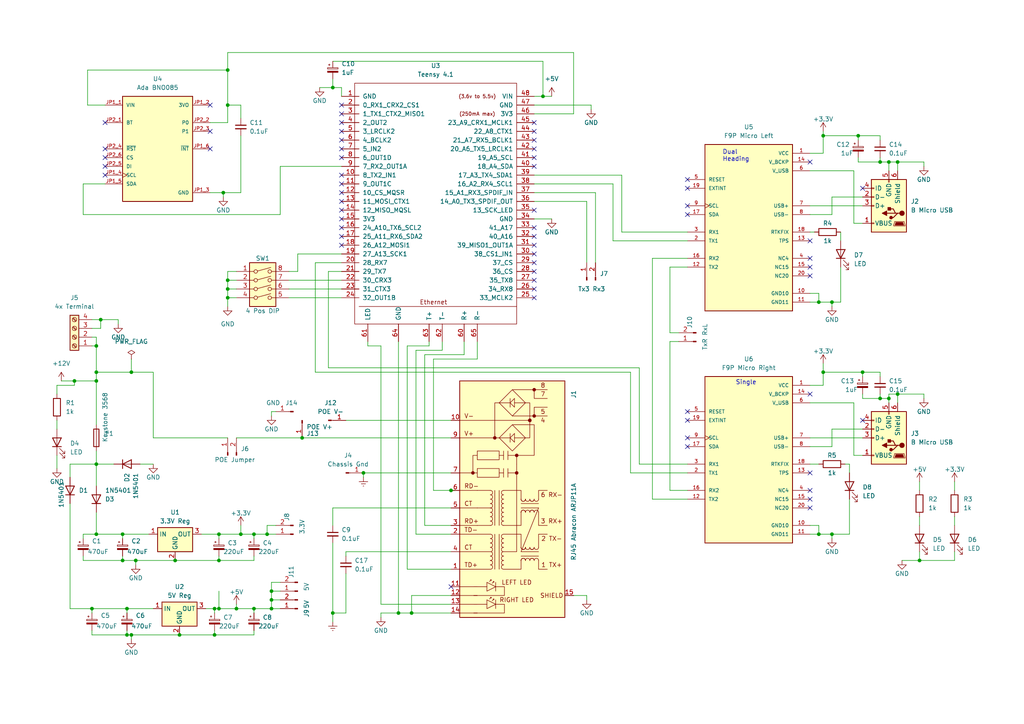
<source format=kicad_sch>
(kicad_sch (version 20211123) (generator eeschema)
  (paper "A4")
  (title_block (title "GPS_Micro") (date "2023-01-12") (comment 1 "Single and Dual Antenna"))
  (junction (at 78.74 173.99))
  (junction (at 50.8 162.56))
  (junction (at 73.66 154.94))
  (junction (at 27.94 134.62))
  (junction (at 241.3 154.94))
  (junction (at 260.35 46.99))
  (junction (at 105.41 137.16))
  (junction (at 35.56 154.94))
  (junction (at 66.04 30.48))
  (junction (at 78.74 171.45))
  (junction (at 96.52 25.4))
  (junction (at 62.23 184.15))
  (junction (at 87.63 127))
  (junction (at 237.49 87.63))
  (junction (at 157.48 27.94))
  (junction (at 68.58 176.53))
  (junction (at 260.35 114.3))
  (junction (at 36.83 176.53))
  (junction (at 241.3 87.63))
  (junction (at 27.94 154.94))
  (junction (at 66.04 86.36))
  (junction (at 35.56 162.56))
  (junction (at 78.74 176.53))
  (junction (at 39.37 162.56))
  (junction (at 255.27 46.99))
  (junction (at 115.57 177.8))
  (junction (at 248.92 39.37))
  (junction (at 238.76 107.95))
  (junction (at 63.5 154.94))
  (junction (at 119.38 177.8))
  (junction (at 257.81 115.57))
  (junction (at 38.1 184.15))
  (junction (at 250.19 107.95))
  (junction (at 36.83 184.15))
  (junction (at 63.5 162.56))
  (junction (at 266.7 162.56))
  (junction (at 257.81 46.99))
  (junction (at 77.47 154.94))
  (junction (at 21.59 110.49))
  (junction (at 64.77 55.88))
  (junction (at 26.67 176.53))
  (junction (at 63.5 176.53))
  (junction (at 52.07 184.15))
  (junction (at 237.49 154.94))
  (junction (at 96.52 177.8))
  (junction (at 130.81 142.24))
  (junction (at 27.94 100.33))
  (junction (at 255.27 115.57))
  (junction (at 66.04 20.32))
  (junction (at 69.85 154.94))
  (junction (at 66.04 81.28))
  (junction (at 27.94 107.95))
  (junction (at 62.23 176.53))
  (junction (at 73.66 176.53))
  (junction (at 27.94 110.49))
  (junction (at 238.76 39.37))
  (junction (at 29.21 92.71))
  (junction (at 38.1 107.95))
  (junction (at 66.04 83.82))
  (no_connect (at 199.39 54.61))
  (no_connect (at 154.94 81.28))
  (no_connect (at 199.39 129.54))
  (no_connect (at 154.94 60.96))
  (no_connect (at 99.06 38.1))
  (no_connect (at 154.94 86.36))
  (no_connect (at 99.06 71.12))
  (no_connect (at 30.48 50.8))
  (no_connect (at 154.94 78.74))
  (no_connect (at 199.39 121.92))
  (no_connect (at 234.95 114.3))
  (no_connect (at 99.06 60.96))
  (no_connect (at 234.95 137.16))
  (no_connect (at 99.06 35.56))
  (no_connect (at 30.48 35.56))
  (no_connect (at 234.95 74.93))
  (no_connect (at 250.19 121.92))
  (no_connect (at 30.48 43.18))
  (no_connect (at 199.39 62.23))
  (no_connect (at 99.06 30.48))
  (no_connect (at 99.06 66.04))
  (no_connect (at 234.95 147.32))
  (no_connect (at 154.94 68.58))
  (no_connect (at 250.19 54.61))
  (no_connect (at 234.95 46.99))
  (no_connect (at 99.06 33.02))
  (no_connect (at 60.96 30.48))
  (no_connect (at 154.94 40.64))
  (no_connect (at 99.06 68.58))
  (no_connect (at 154.94 83.82))
  (no_connect (at 99.06 40.64))
  (no_connect (at 154.94 38.1))
  (no_connect (at 234.95 142.24))
  (no_connect (at 154.94 73.66))
  (no_connect (at 234.95 144.78))
  (no_connect (at 99.06 55.88))
  (no_connect (at 154.94 43.18))
  (no_connect (at 154.94 71.12))
  (no_connect (at 154.94 35.56))
  (no_connect (at 99.06 53.34))
  (no_connect (at 234.95 69.85))
  (no_connect (at 30.48 45.72))
  (no_connect (at 154.94 45.72))
  (no_connect (at 30.48 48.26))
  (no_connect (at 60.96 38.1))
  (no_connect (at 60.96 43.18))
  (no_connect (at 154.94 76.2))
  (no_connect (at 199.39 59.69))
  (no_connect (at 199.39 52.07))
  (no_connect (at 99.06 43.18))
  (no_connect (at 199.39 127))
  (no_connect (at 99.06 58.42))
  (no_connect (at 154.94 48.26))
  (no_connect (at 99.06 50.8))
  (no_connect (at 130.81 170.18))
  (no_connect (at 199.39 119.38))
  (no_connect (at 234.95 77.47))
  (no_connect (at 99.06 45.72))
  (no_connect (at 154.94 66.04))
  (no_connect (at 234.95 80.01))
  (no_connect (at 99.06 63.5))
  (wire (pts (xy 276.86 149.86) (xy 276.86 152.4)))
  (wire (pts (xy 50.8 162.56) (xy 63.5 162.56)))
  (wire (pts (xy 266.7 139.7) (xy 266.7 142.24)))
  (wire (pts (xy 106.68 99.06) (xy 106.68 100.33)))
  (wire (pts (xy 38.1 107.95) (xy 44.45 107.95)))
  (wire (pts (xy 125.73 104.14) (xy 125.73 142.24)))
  (wire (pts (xy 166.37 15.24) (xy 66.04 15.24)))
  (wire (pts (xy 237.49 87.63) (xy 241.3 87.63)))
  (wire (pts (xy 96.52 17.78) (xy 157.48 17.78)))
  (wire (pts (xy 58.42 154.94) (xy 63.5 154.94)))
  (wire (pts (xy 130.81 127) (xy 87.63 127)))
  (wire (pts (xy 39.37 163.83) (xy 39.37 162.56)))
  (wire (pts (xy 63.5 154.94) (xy 63.5 156.21)))
  (wire (pts (xy 16.51 121.92) (xy 16.51 124.46)))
  (wire (pts (xy 29.21 92.71) (xy 34.29 92.71)))
  (wire (pts (xy 247.65 49.53) (xy 234.95 49.53)))
  (wire (pts (xy 80.01 152.4) (xy 77.47 152.4)))
  (wire (pts (xy 26.67 97.79) (xy 27.94 97.79)))
  (wire (pts (xy 248.92 45.72) (xy 248.92 46.99)))
  (wire (pts (xy 64.77 55.88) (xy 64.77 57.15)))
  (wire (pts (xy 130.81 137.16) (xy 105.41 137.16)))
  (wire (pts (xy 66.04 78.74) (xy 66.04 81.28)))
  (wire (pts (xy 66.04 127) (xy 44.45 127)))
  (wire (pts (xy 78.74 173.99) (xy 78.74 176.53)))
  (wire (pts (xy 36.83 176.53) (xy 36.83 177.8)))
  (wire (pts (xy 234.95 154.94) (xy 237.49 154.94)))
  (wire (pts (xy 199.39 142.24) (xy 194.31 142.24)))
  (wire (pts (xy 241.3 88.9) (xy 241.3 87.63)))
  (wire (pts (xy 120.65 101.6) (xy 120.65 154.94)))
  (wire (pts (xy 73.66 154.94) (xy 77.47 154.94)))
  (wire (pts (xy 110.49 177.8) (xy 110.49 179.07)))
  (wire (pts (xy 66.04 15.24) (xy 66.04 20.32)))
  (wire (pts (xy 267.97 46.99) (xy 267.97 48.26)))
  (wire (pts (xy 234.95 59.69) (xy 250.19 59.69)))
  (wire (pts (xy 234.95 152.4) (xy 237.49 152.4)))
  (wire (pts (xy 189.23 74.93) (xy 199.39 74.93)))
  (wire (pts (xy 77.47 152.4) (xy 77.47 154.94)))
  (wire (pts (xy 73.66 154.94) (xy 73.66 156.21)))
  (wire (pts (xy 68.58 175.26) (xy 68.58 176.53)))
  (wire (pts (xy 194.31 99.06) (xy 196.85 99.06)))
  (wire (pts (xy 35.56 154.94) (xy 43.18 154.94)))
  (wire (pts (xy 238.76 39.37) (xy 248.92 39.37)))
  (wire (pts (xy 77.47 154.94) (xy 80.01 154.94)))
  (wire (pts (xy 123.19 152.4) (xy 130.81 152.4)))
  (wire (pts (xy 44.45 127) (xy 44.45 107.95)))
  (wire (pts (xy 20.32 146.05) (xy 20.32 176.53)))
  (wire (pts (xy 20.32 176.53) (xy 26.67 176.53)))
  (wire (pts (xy 261.62 162.56) (xy 266.7 162.56)))
  (wire (pts (xy 96.52 177.8) (xy 100.33 177.8)))
  (wire (pts (xy 182.88 107.95) (xy 182.88 137.16)))
  (wire (pts (xy 27.94 97.79) (xy 27.94 100.33)))
  (wire (pts (xy 52.07 184.15) (xy 62.23 184.15)))
  (wire (pts (xy 119.38 172.72) (xy 119.38 177.8)))
  (wire (pts (xy 125.73 142.24) (xy 130.81 142.24)))
  (wire (pts (xy 63.5 171.45) (xy 63.5 176.53)))
  (wire (pts (xy 246.38 144.78) (xy 246.38 154.94)))
  (wire (pts (xy 27.94 154.94) (xy 35.56 154.94)))
  (wire (pts (xy 238.76 39.37) (xy 238.76 44.45)))
  (wire (pts (xy 255.27 115.57) (xy 257.81 115.57)))
  (wire (pts (xy 96.52 157.48) (xy 96.52 177.8)))
  (wire (pts (xy 86.36 73.66) (xy 99.06 73.66)))
  (wire (pts (xy 154.94 27.94) (xy 157.48 27.94)))
  (wire (pts (xy 276.86 162.56) (xy 276.86 160.02)))
  (wire (pts (xy 255.27 39.37) (xy 248.92 39.37)))
  (wire (pts (xy 260.35 114.3) (xy 260.35 116.84)))
  (wire (pts (xy 255.27 114.3) (xy 255.27 115.57)))
  (wire (pts (xy 241.3 87.63) (xy 243.84 87.63)))
  (wire (pts (xy 250.19 109.22) (xy 250.19 107.95)))
  (wire (pts (xy 69.85 30.48) (xy 69.85 34.29)))
  (wire (pts (xy 100.33 160.02) (xy 130.81 160.02)))
  (wire (pts (xy 185.42 134.62) (xy 199.39 134.62)))
  (wire (pts (xy 105.41 137.16) (xy 105.41 138.43)))
  (wire (pts (xy 60.96 35.56) (xy 66.04 35.56)))
  (wire (pts (xy 80.01 119.38) (xy 78.74 119.38)))
  (wire (pts (xy 39.37 162.56) (xy 50.8 162.56)))
  (wire (pts (xy 36.83 182.88) (xy 36.83 184.15)))
  (wire (pts (xy 96.52 25.4) (xy 99.06 25.4)))
  (wire (pts (xy 26.67 182.88) (xy 26.67 184.15)))
  (wire (pts (xy 66.04 81.28) (xy 66.04 83.82)))
  (wire (pts (xy 130.81 121.92) (xy 100.33 121.92)))
  (wire (pts (xy 170.18 58.42) (xy 170.18 76.2)))
  (wire (pts (xy 180.34 50.8) (xy 154.94 50.8)))
  (wire (pts (xy 166.37 172.72) (xy 170.18 172.72)))
  (wire (pts (xy 118.11 100.33) (xy 118.11 165.1)))
  (wire (pts (xy 66.04 86.36) (xy 66.04 88.9)))
  (wire (pts (xy 96.52 152.4) (xy 96.52 147.32)))
  (wire (pts (xy 241.3 57.15) (xy 250.19 57.15)))
  (wire (pts (xy 62.23 176.53) (xy 62.23 177.8)))
  (wire (pts (xy 83.82 81.28) (xy 99.06 81.28)))
  (wire (pts (xy 66.04 30.48) (xy 66.04 35.56)))
  (wire (pts (xy 29.21 95.25) (xy 29.21 92.71)))
  (wire (pts (xy 234.95 44.45) (xy 238.76 44.45)))
  (wire (pts (xy 171.45 30.48) (xy 171.45 31.75)))
  (wire (pts (xy 30.48 53.34) (xy 24.13 53.34)))
  (wire (pts (xy 25.4 30.48) (xy 25.4 20.32)))
  (wire (pts (xy 63.5 176.53) (xy 68.58 176.53)))
  (wire (pts (xy 172.72 55.88) (xy 172.72 76.2)))
  (wire (pts (xy 234.95 67.31) (xy 236.22 67.31)))
  (wire (pts (xy 237.49 152.4) (xy 237.49 154.94)))
  (wire (pts (xy 81.28 48.26) (xy 81.28 62.23)))
  (wire (pts (xy 92.71 25.4) (xy 96.52 25.4)))
  (wire (pts (xy 250.19 132.08) (xy 247.65 132.08)))
  (wire (pts (xy 27.94 130.81) (xy 27.94 134.62)))
  (wire (pts (xy 68.58 86.36) (xy 66.04 86.36)))
  (wire (pts (xy 247.65 64.77) (xy 250.19 64.77)))
  (wire (pts (xy 81.28 62.23) (xy 24.13 62.23)))
  (wire (pts (xy 73.66 182.88) (xy 73.66 184.15)))
  (wire (pts (xy 243.84 67.31) (xy 243.84 69.85)))
  (wire (pts (xy 257.81 46.99) (xy 257.81 49.53)))
  (wire (pts (xy 130.81 142.24) (xy 132.08 142.24)))
  (wire (pts (xy 69.85 39.37) (xy 69.85 55.88)))
  (wire (pts (xy 247.65 132.08) (xy 247.65 116.84)))
  (wire (pts (xy 27.94 110.49) (xy 27.94 123.19)))
  (wire (pts (xy 276.86 139.7) (xy 276.86 142.24)))
  (wire (pts (xy 27.94 134.62) (xy 27.94 140.97)))
  (wire (pts (xy 87.63 127) (xy 68.58 127)))
  (wire (pts (xy 199.39 77.47) (xy 194.31 77.47)))
  (wire (pts (xy 21.59 111.76) (xy 21.59 110.49)))
  (wire (pts (xy 110.49 100.33) (xy 110.49 175.26)))
  (wire (pts (xy 238.76 107.95) (xy 238.76 111.76)))
  (wire (pts (xy 194.31 142.24) (xy 194.31 99.06)))
  (wire (pts (xy 40.64 134.62) (xy 44.45 134.62)))
  (wire (pts (xy 255.27 109.22) (xy 255.27 107.95)))
  (wire (pts (xy 260.35 46.99) (xy 260.35 49.53)))
  (wire (pts (xy 27.94 100.33) (xy 27.94 107.95)))
  (wire (pts (xy 241.3 124.46) (xy 241.3 129.54)))
  (wire (pts (xy 245.11 134.62) (xy 246.38 134.62)))
  (wire (pts (xy 267.97 114.3) (xy 267.97 115.57)))
  (wire (pts (xy 234.95 127) (xy 250.19 127)))
  (wire (pts (xy 157.48 27.94) (xy 160.02 27.94)))
  (wire (pts (xy 26.67 176.53) (xy 26.67 177.8)))
  (wire (pts (xy 166.37 33.02) (xy 166.37 15.24)))
  (wire (pts (xy 24.13 162.56) (xy 35.56 162.56)))
  (wire (pts (xy 138.43 104.14) (xy 125.73 104.14)))
  (wire (pts (xy 115.57 177.8) (xy 110.49 177.8)))
  (wire (pts (xy 185.42 106.68) (xy 95.25 106.68)))
  (wire (pts (xy 241.3 124.46) (xy 250.19 124.46)))
  (wire (pts (xy 27.94 107.95) (xy 27.94 110.49)))
  (wire (pts (xy 234.95 87.63) (xy 237.49 87.63)))
  (wire (pts (xy 248.92 40.64) (xy 248.92 39.37)))
  (wire (pts (xy 99.06 76.2) (xy 91.44 76.2)))
  (wire (pts (xy 78.74 171.45) (xy 81.28 171.45)))
  (wire (pts (xy 78.74 171.45) (xy 78.74 173.99)))
  (wire (pts (xy 35.56 154.94) (xy 35.56 156.21)))
  (wire (pts (xy 266.7 162.56) (xy 276.86 162.56)))
  (wire (pts (xy 241.3 57.15) (xy 241.3 62.23)))
  (wire (pts (xy 91.44 107.95) (xy 182.88 107.95)))
  (wire (pts (xy 26.67 92.71) (xy 29.21 92.71)))
  (wire (pts (xy 154.94 33.02) (xy 166.37 33.02)))
  (wire (pts (xy 24.13 161.29) (xy 24.13 162.56)))
  (wire (pts (xy 241.3 156.21) (xy 241.3 154.94)))
  (wire (pts (xy 96.52 177.8) (xy 96.52 180.34)))
  (wire (pts (xy 99.06 27.94) (xy 99.06 25.4)))
  (wire (pts (xy 95.25 106.68) (xy 95.25 78.74)))
  (wire (pts (xy 20.32 134.62) (xy 20.32 138.43)))
  (wire (pts (xy 63.5 162.56) (xy 73.66 162.56)))
  (wire (pts (xy 38.1 185.42) (xy 38.1 184.15)))
  (wire (pts (xy 30.48 30.48) (xy 25.4 30.48)))
  (wire (pts (xy 241.3 62.23) (xy 234.95 62.23)))
  (wire (pts (xy 26.67 176.53) (xy 36.83 176.53)))
  (wire (pts (xy 247.65 116.84) (xy 234.95 116.84)))
  (wire (pts (xy 69.85 154.94) (xy 73.66 154.94)))
  (wire (pts (xy 260.35 114.3) (xy 267.97 114.3)))
  (wire (pts (xy 96.52 147.32) (xy 130.81 147.32)))
  (wire (pts (xy 170.18 172.72) (xy 170.18 173.99)))
  (wire (pts (xy 130.81 177.8) (xy 119.38 177.8)))
  (wire (pts (xy 38.1 104.14) (xy 38.1 107.95)))
  (wire (pts (xy 124.46 100.33) (xy 118.11 100.33)))
  (wire (pts (xy 96.52 22.86) (xy 96.52 25.4)))
  (wire (pts (xy 62.23 184.15) (xy 73.66 184.15)))
  (wire (pts (xy 241.3 154.94) (xy 237.49 154.94)))
  (wire (pts (xy 154.94 55.88) (xy 172.72 55.88)))
  (wire (pts (xy 62.23 176.53) (xy 63.5 176.53)))
  (wire (pts (xy 68.58 81.28) (xy 66.04 81.28)))
  (wire (pts (xy 237.49 85.09) (xy 237.49 87.63)))
  (wire (pts (xy 69.85 152.4) (xy 69.85 154.94)))
  (wire (pts (xy 81.28 48.26) (xy 99.06 48.26)))
  (wire (pts (xy 255.27 45.72) (xy 255.27 46.99)))
  (wire (pts (xy 81.28 173.99) (xy 78.74 173.99)))
  (wire (pts (xy 128.27 99.06) (xy 128.27 101.6)))
  (wire (pts (xy 138.43 99.06) (xy 138.43 104.14)))
  (wire (pts (xy 17.78 110.49) (xy 21.59 110.49)))
  (wire (pts (xy 255.27 46.99) (xy 257.81 46.99)))
  (wire (pts (xy 247.65 64.77) (xy 247.65 49.53)))
  (wire (pts (xy 26.67 95.25) (xy 29.21 95.25)))
  (wire (pts (xy 115.57 99.06) (xy 115.57 177.8)))
  (wire (pts (xy 248.92 46.99) (xy 255.27 46.99)))
  (wire (pts (xy 34.29 92.71) (xy 34.29 93.98)))
  (wire (pts (xy 91.44 76.2) (xy 91.44 107.95)))
  (wire (pts (xy 66.04 83.82) (xy 66.04 86.36)))
  (wire (pts (xy 123.19 102.87) (xy 123.19 152.4)))
  (wire (pts (xy 78.74 176.53) (xy 81.28 176.53)))
  (wire (pts (xy 16.51 132.08) (xy 16.51 135.89)))
  (wire (pts (xy 26.67 184.15) (xy 36.83 184.15)))
  (wire (pts (xy 177.8 69.85) (xy 177.8 53.34)))
  (wire (pts (xy 250.19 115.57) (xy 255.27 115.57)))
  (wire (pts (xy 16.51 114.3) (xy 16.51 111.76)))
  (wire (pts (xy 36.83 184.15) (xy 38.1 184.15)))
  (wire (pts (xy 60.96 55.88) (xy 64.77 55.88)))
  (wire (pts (xy 106.68 100.33) (xy 110.49 100.33)))
  (wire (pts (xy 63.5 161.29) (xy 63.5 162.56)))
  (wire (pts (xy 83.82 83.82) (xy 99.06 83.82)))
  (wire (pts (xy 134.62 99.06) (xy 134.62 102.87)))
  (wire (pts (xy 25.4 20.32) (xy 66.04 20.32)))
  (wire (pts (xy 260.35 46.99) (xy 267.97 46.99)))
  (wire (pts (xy 134.62 102.87) (xy 123.19 102.87)))
  (wire (pts (xy 95.25 78.74) (xy 99.06 78.74)))
  (wire (pts (xy 154.94 63.5) (xy 160.02 63.5)))
  (wire (pts (xy 180.34 67.31) (xy 199.39 67.31)))
  (wire (pts (xy 73.66 161.29) (xy 73.66 162.56)))
  (wire (pts (xy 250.19 107.95) (xy 238.76 107.95)))
  (wire (pts (xy 154.94 30.48) (xy 171.45 30.48)))
  (wire (pts (xy 185.42 134.62) (xy 185.42 106.68)))
  (wire (pts (xy 16.51 111.76) (xy 21.59 111.76)))
  (wire (pts (xy 110.49 175.26) (xy 130.81 175.26)))
  (wire (pts (xy 68.58 83.82) (xy 66.04 83.82)))
  (wire (pts (xy 234.95 111.76) (xy 238.76 111.76)))
  (wire (pts (xy 238.76 105.41) (xy 238.76 107.95)))
  (wire (pts (xy 194.31 77.47) (xy 194.31 96.52)))
  (wire (pts (xy 35.56 161.29) (xy 35.56 162.56)))
  (wire (pts (xy 68.58 78.74) (xy 66.04 78.74)))
  (wire (pts (xy 62.23 182.88) (xy 62.23 184.15)))
  (wire (pts (xy 255.27 40.64) (xy 255.27 39.37)))
  (wire (pts (xy 81.28 168.91) (xy 78.74 168.91)))
  (wire (pts (xy 38.1 184.15) (xy 52.07 184.15)))
  (wire (pts (xy 189.23 74.93) (xy 189.23 144.78)))
  (wire (pts (xy 83.82 86.36) (xy 99.06 86.36)))
  (wire (pts (xy 246.38 134.62) (xy 246.38 137.16)))
  (wire (pts (xy 266.7 149.86) (xy 266.7 152.4)))
  (wire (pts (xy 66.04 20.32) (xy 66.04 30.48)))
  (wire (pts (xy 21.59 110.49) (xy 27.94 110.49)))
  (wire (pts (xy 241.3 129.54) (xy 234.95 129.54)))
  (wire (pts (xy 63.5 154.94) (xy 69.85 154.94)))
  (wire (pts (xy 78.74 168.91) (xy 78.74 171.45)))
  (wire (pts (xy 234.95 85.09) (xy 237.49 85.09)))
  (wire (pts (xy 27.94 134.62) (xy 33.02 134.62)))
  (wire (pts (xy 20.32 134.62) (xy 27.94 134.62)))
  (wire (pts (xy 130.81 172.72) (xy 119.38 172.72)))
  (wire (pts (xy 157.48 17.78) (xy 157.48 27.94)))
  (wire (pts (xy 35.56 162.56) (xy 39.37 162.56)))
  (wire (pts (xy 119.38 177.8) (xy 115.57 177.8)))
  (wire (pts (xy 24.13 53.34) (xy 24.13 62.23)))
  (wire (pts (xy 234.95 134.62) (xy 237.49 134.62)))
  (wire (pts (xy 241.3 154.94) (xy 246.38 154.94)))
  (wire (pts (xy 86.36 78.74) (xy 86.36 73.66)))
  (wire (pts (xy 100.33 166.37) (xy 100.33 177.8)))
  (wire (pts (xy 124.46 99.06) (xy 124.46 100.33)))
  (wire (pts (xy 36.83 176.53) (xy 44.45 176.53)))
  (wire (pts (xy 128.27 101.6) (xy 120.65 101.6)))
  (wire (pts (xy 257.81 46.99) (xy 260.35 46.99)))
  (wire (pts (xy 199.39 144.78) (xy 189.23 144.78)))
  (wire (pts (xy 250.19 107.95) (xy 255.27 107.95)))
  (wire (pts (xy 118.11 165.1) (xy 130.81 165.1)))
  (wire (pts (xy 24.13 154.94) (xy 27.94 154.94)))
  (wire (pts (xy 120.65 154.94) (xy 130.81 154.94)))
  (wire (pts (xy 83.82 78.74) (xy 86.36 78.74)))
  (wire (pts (xy 238.76 38.1) (xy 238.76 39.37)))
  (wire (pts (xy 177.8 53.34) (xy 154.94 53.34)))
  (wire (pts (xy 73.66 176.53) (xy 78.74 176.53)))
  (wire (pts (xy 154.94 58.42) (xy 170.18 58.42)))
  (wire (pts (xy 27.94 148.59) (xy 27.94 154.94)))
  (wire (pts (xy 194.31 96.52) (xy 196.85 96.52)))
  (wire (pts (xy 266.7 160.02) (xy 266.7 162.56)))
  (wire (pts (xy 177.8 69.85) (xy 199.39 69.85)))
  (wire (pts (xy 24.13 154.94) (xy 24.13 156.21)))
  (wire (pts (xy 59.69 176.53) (xy 62.23 176.53)))
  (wire (pts (xy 250.19 114.3) (xy 250.19 115.57)))
  (wire (pts (xy 100.33 160.02) (xy 100.33 161.29)))
  (wire (pts (xy 73.66 176.53) (xy 73.66 177.8)))
  (wire (pts (xy 68.58 176.53) (xy 73.66 176.53)))
  (wire (pts (xy 257.81 115.57) (xy 257.81 114.3)))
  (wire (pts (xy 64.77 55.88) (xy 69.85 55.88)))
  (wire (pts (xy 78.74 119.38) (xy 78.74 120.65)))
  (wire (pts (xy 26.67 100.33) (xy 27.94 100.33)))
  (wire (pts (xy 182.88 137.16) (xy 199.39 137.16)))
  (wire (pts (xy 27.94 107.95) (xy 38.1 107.95)))
  (wire (pts (xy 257.81 116.84) (xy 257.81 115.57)))
  (wire (pts (xy 66.04 30.48) (xy 69.85 30.48)))
  (wire (pts (xy 243.84 77.47) (xy 243.84 87.63)))
  (wire (pts (xy 180.34 67.31) (xy 180.34 50.8)))
  (wire (pts (xy 257.81 114.3) (xy 260.35 114.3)))
  (text "Dual\nHeading\n" (at 209.55 46.99 0) (effects (font (size 1.27 1.27)) (justify left bottom)))
  (text "Single\n" (at 213.36 111.76 0) (effects (font (size 1.27 1.27)) (justify left bottom)))
  (symbol (lib_id "Device:C_Polarized_Small") (at 26.67 180.34 0) (unit 1)
    (property "Reference" "C5" (at 29.21 178.5238 0) (effects (justify left)))
    (property "Value" "470uF" (at 27.94 181.61 0) (effects (justify left)))
    (property "Footprint" "Capacitor_THT:CP_Radial_D8.0mm_P5.00mm" (effects hide))
  )
  (symbol (lib_id "Connector:Conn_01x01_Male") (at 95.25 121.92 0) (unit 1)
    (property "Reference" "J12" (at 95.885 116.84 0))
    (property "Value" "POE V-" (at 95.885 119.38 0))
    (property "Footprint" "Connector_Pin:Pin_D1.3mm_L11.0mm_LooseFit" (effects hide))
  )
  (symbol (lib_id "Device:C_Polarized_Small") (at 73.66 180.34 0) (unit 1)
    (property "Reference" "C8" (at 76.2 179.07 0) (effects (justify left)))
    (property "Value" "220uF" (at 74.93 181.61 0) (effects (justify left)))
    (property "Footprint" "Capacitor_THT:CP_Radial_D8.0mm_P3.50mm" (effects hide))
  )
  (symbol (lib_id "Device:LED") (at 16.51 128.27 90) (unit 1)
    (property "Reference" "D4" (at 20.32 128.5874 90) (effects (justify right)))
    (property "Value" "LED" (at 20.32 131.1274 90) (effects (justify right)))
    (property "Footprint" "LED_THT:LED_D2.0mm_W4.0mm_H2.8mm_FlatTop" (effects hide))
  )
  (symbol (lib_id "power:GND") (at 78.74 120.65 0) (unit 1)
    (property "Reference" "#PWR0118" (effects hide))
    (property "Value" "GND" (at 78.74 124.46 0))
  )
  (symbol (lib_id "Diode:1N5401") (at 20.32 142.24 90) (unit 1)
    (property "Reference" "D1" (at 22.86 142.24 90) (effects (justify right)))
    (property "Value" "1N5401" (at 17.78 139.7 0) (effects (justify right)))
    (property "Footprint" "Diode_THT:D_DO-201AD_P15.24mm_Horizontal" (effects hide))
    (property "Datasheet" "http://www.vishay.com/docs/88516/1n5400.pdf" (effects hide))
  )
  (symbol (lib_id "power:GND") (at 16.51 135.89 0) (unit 1)
    (property "Reference" "#PWR0123" (effects hide))
    (property "Value" "GND" (at 16.51 139.7 0))
  )
  (symbol (lib_id "Connector:Screw_Terminal_01x04") (at 21.59 97.79 180) (unit 1)
    (property "Reference" "J5" (at 21.59 86.36 0))
    (property "Value" "4x Terminal" (at 21.59 88.9 0))
    (property "Footprint" "TerminalBlock_Phoenix:TerminalBlock_Phoenix_MKDS-1,5-4-5.08_1x04_P5.08mm_Horizontal" (effects hide))
  )
  (symbol (lib_id "Connector:RJ45_Abracon_ARJP11A-MASA-B-A-EMU2") (at 148.59 144.78 0) (unit 1)
    (property "Reference" "J1" (at 166.37 115.57 90) (effects (justify left)))
    (property "Value" "RJ45 Abracon ARJP11A" (at 166.37 162.56 90) (effects (justify left)))
    (property "Footprint" "Connector_RJ:RJ45_Abracon_ARJP11A-MA_Horizontal" (effects hide))
    (property "Datasheet" "https://abracon.com/Magnetics/lan/ARJP11A.PDF" (effects hide))
  )
  (symbol (lib_id "Connector:Conn_01x02_Male") (at 66.04 132.08 90) (unit 1)
    (property "Reference" "J6" (at 69.85 130.1749 90) (effects (justify right)))
    (property "Value" "POE Jumper" (at 62.23 133.35 90) (effects (justify right)))
    (property "Footprint" "Connector_PinSocket_2.54mm:PinSocket_1x02_P2.54mm_Vertical" (effects hide))
  )
  (symbol (lib_id "Device:C_Polarized_Small") (at 250.19 111.76 0) (unit 1)
    (property "Reference" "C13" (at 243.84 110.49 0) (effects (justify left)))
    (property "Value" "1uF" (at 245.11 113.03 0) (effects (justify left)))
    (property "Footprint" "Capacitor_THT:CP_Radial_D6.3mm_P2.50mm" (effects hide))
  )
  (symbol (lib_id "Device:LED") (at 243.84 73.66 90) (unit 1)
    (property "Reference" "D7" (at 247.65 73.9774 90) (effects (justify right)))
    (property "Value" "LED" (at 247.65 76.5174 90) (effects (justify right)))
    (property "Footprint" "LED_THT:LED_D2.0mm_W4.0mm_H2.8mm_FlatTop" (effects hide))
  )
  (symbol (lib_id "Device:C_Small") (at 255.27 43.18 0) (unit 1)
    (property "Reference" "C14" (at 257.81 41.9162 0) (effects (justify left)))
    (property "Value" "0.1uF" (at 257.81 44.4562 0) (effects (justify left)))
    (property "Footprint" "Capacitor_THT:C_Disc_D7.0mm_W2.5mm_P5.00mm" (effects hide))
  )
  (symbol (lib_id "power:PWR_FLAG") (at 38.1 104.14 0) (unit 1)
    (property "Reference" "#FLG0103" (effects hide))
    (property "Value" "PWR_FLAG" (at 38.1 99.06 0))
  )
  (symbol (lib_id "Device:C_Small") (at 96.52 154.94 0) (unit 1)
    (property "Reference" "C9" (at 99.06 153.6762 0) (effects (justify left)))
    (property "Value" "0.1uF" (at 99.06 156.2162 0) (effects (justify left)))
    (property "Footprint" "Capacitor_THT:C_Disc_D7.0mm_W2.5mm_P5.00mm" (effects hide))
  )
  (symbol (lib_id "Device:C_Polarized_Small") (at 73.66 158.75 0) (unit 1)
    (property "Reference" "C4" (at 76.2 157.48 0) (effects (justify left)))
    (property "Value" "220uF" (at 74.93 160.02 0) (effects (justify left)))
    (property "Footprint" "Capacitor_THT:CP_Radial_D8.0mm_P3.50mm" (effects hide))
  )
  (symbol (lib_id "Connector:Conn_01x02_Male") (at 170.18 81.28 90) (unit 1)
    (property "Reference" "J7" (at 173.99 79.3749 90) (effects (justify right)))
    (property "Value" "Tx3 Rx3" (at 167.64 83.82 90) (effects (justify right)))
    (property "Footprint" "Connector_PinSocket_2.54mm:PinSocket_1x02_P2.54mm_Vertical" (effects hide))
  )
  (symbol (lib_id "Diode:1N5401") (at 27.94 144.78 90) (unit 1)
    (property "Reference" "D3" (at 30.48 144.78 90) (effects (justify right)))
    (property "Value" "1N5401" (at 30.48 142.24 90) (effects (justify right)))
    (property "Footprint" "Diode_THT:D_DO-201AD_P15.24mm_Horizontal" (effects hide))
    (property "Datasheet" "http://www.vishay.com/docs/88516/1n5400.pdf" (effects hide))
  )
  (symbol (lib_id "power:+3.3V") (at 238.76 38.1 0) (unit 1)
    (property "Reference" "#PWR0103" (effects hide))
    (property "Value" "+3.3V" (at 238.76 34.544 0))
  )
  (symbol (lib_id "power:GND") (at 267.97 115.57 0) (unit 1)
    (property "Reference" "#PWR0109" (effects hide))
    (property "Value" "GND" (at 267.97 119.38 0))
  )
  (symbol (lib_id "power:GND") (at 241.3 156.21 0) (unit 1)
    (property "Reference" "#PWR0104" (effects hide))
    (property "Value" "GND" (at 241.3 160.02 0))
  )
  (symbol (lib_id "power:+5V") (at 160.02 27.94 0) (unit 1)
    (property "Reference" "#PWR0106" (effects hide))
    (property "Value" "+5V" (at 160.02 22.86 0))
  )
  (symbol (lib_id "Device:C_Polarized_Small") (at 248.92 43.18 0) (unit 1)
    (property "Reference" "C12" (at 242.57 41.91 0) (effects (justify left)))
    (property "Value" "1uF" (at 243.84 44.45 0) (effects (justify left)))
    (property "Footprint" "Capacitor_THT:CP_Radial_D6.3mm_P2.50mm" (effects hide))
  )
  (symbol (lib_id "Device:C_Polarized_Small") (at 63.5 158.75 0) (unit 1)
    (property "Reference" "C3" (at 66.04 157.48 0) (effects (justify left)))
    (property "Value" "220uF" (at 64.77 160.02 0) (effects (justify left)))
    (property "Footprint" "Capacitor_THT:CP_Radial_D8.0mm_P3.50mm" (effects hide))
  )
  (symbol (lib_id "Connector:Conn_01x02_Male") (at 86.36 176.53 180) (unit 1)
    (property "Reference" "J9" (at 88.9 179.07 90) (effects (justify right)))
    (property "Value" "5V" (at 88.9 176.53 90) (effects (justify right)))
    (property "Footprint" "Connector_PinSocket_2.54mm:PinSocket_1x02_P2.54mm_Vertical" (effects hide))
  )
  (symbol (lib_id "power:+3.3V") (at 276.86 139.7 0) (unit 1)
    (property "Reference" "#PWR0111" (effects hide))
    (property "Value" "+3.3V" (at 276.86 136.144 0))
  )
  (symbol (lib_id "power:GND") (at 110.49 179.07 0) (unit 1)
    (property "Reference" "#PWR0119" (effects hide))
    (property "Value" "GND" (at 110.49 182.88 0))
  )
  (symbol (lib_id "power:GND") (at 34.29 93.98 0) (unit 1)
    (property "Reference" "#PWR0124" (effects hide))
    (property "Value" "GND" (at 34.29 97.79 0))
  )
  (symbol (lib_id "power:Earth") (at 96.52 180.34 0) (unit 1)
    (property "Reference" "#PWR01" (effects hide))
    (property "Value" "Earth" (effects hide))
  )
  (symbol (lib_id "power:GND") (at 64.77 57.15 0) (unit 1)
    (property "Reference" "#PWR0122" (effects hide))
    (property "Value" "GND" (at 64.77 60.96 0))
  )
  (symbol (lib_id "Diode:1N5401") (at 36.83 134.62 0) (unit 1)
    (property "Reference" "D2" (at 36.83 137.16 90) (effects (justify right)))
    (property "Value" "1N5401" (at 39.37 137.16 90) (effects (justify right)))
    (property "Footprint" "Diode_THT:D_DO-201AD_P15.24mm_Horizontal" (effects hide))
    (property "Datasheet" "http://www.vishay.com/docs/88516/1n5400.pdf" (effects hide))
  )
  (symbol (lib_id "power:GND") (at 171.45 31.75 0) (unit 1)
    (property "Reference" "#PWR0108" (effects hide))
    (property "Value" "GND" (at 171.45 35.56 0))
  )
  (symbol (lib_id "Device:R") (at 240.03 67.31 90) (unit 1)
    (property "Reference" "R4" (at 240.03 64.77 90))
    (property "Value" "1k" (at 240.03 69.85 90))
    (property "Footprint" "Resistor_THT:R_Axial_DIN0204_L3.6mm_D1.6mm_P2.54mm_Vertical" (effects hide))
  )
  (symbol (lib_id "power:+12V") (at 17.78 110.49 0) (unit 1)
    (property "Reference" "#PWR0114" (effects hide))
    (property "Value" "+12V" (at 17.78 105.41 0))
  )
  (symbol (lib_id "Connector:USB_B_Micro") (at 257.81 59.69 180) (unit 1)
    (property "Reference" "J2" (at 264.16 58.4199 0) (effects (justify right)))
    (property "Value" "B Micro USB" (at 264.16 60.9599 0) (effects (justify right)))
    (property "Footprint" "AA_Foots:USB_Mini_B_AdamTech_musb_b5_s_vt_02_TH" (effects hide))
  )
  (symbol (lib_id "Device:C_Polarized_Small") (at 35.56 158.75 0) (unit 1)
    (property "Reference" "C2" (at 38.1 156.9338 0) (effects (justify left)))
    (property "Value" "470uF" (at 36.83 160.02 0) (effects (justify left)))
    (property "Footprint" "Capacitor_THT:CP_Radial_D8.0mm_P5.00mm" (effects hide))
  )
  (symbol (lib_id "Connector:Conn_01x01_Male") (at 87.63 121.92 270) (unit 1)
    (property "Reference" "J13" (at 88.9 125.73 90) (effects (justify left)))
    (property "Value" "POE V+" (at 88.9 123.8249 90) (effects (justify left)))
    (property "Footprint" "Connector_Pin:Pin_D1.3mm_L11.0mm_LooseFit" (effects hide))
  )
  (symbol (lib_id "Device:LED") (at 246.38 140.97 90) (unit 1)
    (property "Reference" "D8" (at 250.19 141.2874 90) (effects (justify right)))
    (property "Value" "LED" (at 250.19 143.8274 90) (effects (justify right)))
    (property "Footprint" "LED_THT:LED_D2.0mm_W4.0mm_H2.8mm_FlatTop" (effects hide))
  )
  (symbol (lib_id "power:GND") (at 160.02 63.5 0) (unit 1)
    (property "Reference" "#PWR0102" (effects hide))
    (property "Value" "GND" (at 160.02 67.31 0))
  )
  (symbol (lib_id "Device:R") (at 16.51 118.11 0) (unit 1)
    (property "Reference" "R1" (at 19.05 116.8399 0) (effects (justify left)))
    (property "Value" "1k" (at 19.05 119.3799 0) (effects (justify left)))
    (property "Footprint" "Resistor_THT:R_Axial_DIN0207_L6.3mm_D2.5mm_P10.16mm_Horizontal" (effects hide))
  )
  (symbol (lib_id "Device:C_Polarized_Small") (at 24.13 158.75 0) (unit 1)
    (property "Reference" "C1" (at 26.67 156.9338 0) (effects (justify left)))
    (property "Value" "470uF" (at 25.4 160.02 0) (effects (justify left)))
    (property "Footprint" "Capacitor_THT:CP_Radial_D8.0mm_P5.00mm" (effects hide))
  )
  (symbol (lib_id "Device:Fuse") (at 27.94 127 0) (unit 1)
    (property "Reference" "F1" (at 30.48 125.7299 0) (effects (justify left)))
    (property "Value" "Keystone 3568" (at 30.48 128.2699 90) (effects (justify left)))
    (property "Footprint" "Fuse:Fuseholder_Blade_Mini_Keystone_3568" (effects hide))
  )
  (symbol (lib_id "power:+3.3V") (at 238.76 105.41 0) (unit 1)
    (property "Reference" "#PWR0107" (effects hide))
    (property "Value" "+3.3V" (at 238.76 101.854 0))
  )
  (symbol (lib_id "teensy4.1_nohost_bgt:teensy4.1_NoHost_BGT") (at 186.69 127 0) (unit 1)
    (property "Reference" "U3" (at 126.365 19.05 0))
    (property "Value" "Teensy 4.1" (at 126.365 21.59 0))
    (property "Footprint" "AA_Foots:Teensy41_BGT" (effects hide))
  )
  (symbol (lib_id "Connector:Conn_01x02_Male") (at 85.09 154.94 180) (unit 1)
    (property "Reference" "J8" (at 83.1849 151.13 90) (effects (justify right)))
    (property "Value" "3.3V" (at 87.63 154.94 90) (effects (justify right)))
    (property "Footprint" "Connector_PinSocket_2.54mm:PinSocket_1x02_P2.54mm_Vertical" (effects hide))
  )
  (symbol (lib_id "Device:LED") (at 266.7 156.21 90) (unit 1)
    (property "Reference" "D5" (at 270.51 156.5274 90) (effects (justify right)))
    (property "Value" "LED" (at 270.51 159.0674 90) (effects (justify right)))
    (property "Footprint" "LED_THT:LED_D2.0mm_W4.0mm_H2.8mm_FlatTop" (effects hide))
  )
  (symbol (lib_id "AS-RTK2B-MICRO-F9P-L1L2SMATH-00:AS-RTK2B-MICRO-F9P-L1L2SMATH-00") (at 217.17 64.77 0) (unit 1)
    (property "Reference" "U5" (at 217.17 36.83 0))
    (property "Value" "F9P Micro Left" (at 217.17 39.37 0))
    (property "Footprint" "AA_Foots:MODULE_AS-RTK2B-MICRO-F9P-L1L2SMATH-00" (effects hide))
    (property "MANUFACTURER" "Ardusimple" (effects hide))
    (property "SNAPEDA_PN" "AS-RTK2B-MICRO-F9P-L1L2SMATH-00" (effects hide))
    (property "PARTREV" "N/A" (effects hide))
    (property "MAXIMUM_PACKAGE_HEIGHT" "6.35mm" (effects hide))
    (property "STANDARD" "Manufacturer Recommendations" (effects hide))
  )
  (symbol (lib_id "Device:C_Small") (at 255.27 111.76 0) (unit 1)
    (property "Reference" "C15" (at 257.81 110.4962 0) (effects (justify left)))
    (property "Value" "0.1uF" (at 257.81 113.0362 0) (effects (justify left)))
    (property "Footprint" "Capacitor_THT:C_Disc_D7.0mm_W2.5mm_P5.00mm" (effects hide))
  )
  (symbol (lib_id "power:+3.3V") (at 69.85 152.4 0) (unit 1)
    (property "Reference" "#PWR0125" (effects hide))
    (property "Value" "+3.3V" (at 69.85 148.844 0))
  )
  (symbol (lib_id "power:GND") (at 44.45 134.62 0) (unit 1)
    (property "Reference" "#PWR0121" (effects hide))
    (property "Value" "GND" (at 44.45 138.43 0))
  )
  (symbol (lib_id "Device:R") (at 241.3 134.62 90) (unit 1)
    (property "Reference" "R5" (at 241.3 132.08 90))
    (property "Value" "1k" (at 241.3 137.16 90))
    (property "Footprint" "Resistor_THT:R_Axial_DIN0204_L3.6mm_D1.6mm_P2.54mm_Vertical" (effects hide))
  )
  (symbol (lib_id "Device:C_Small") (at 100.33 163.83 0) (unit 1)
    (property "Reference" "C17" (at 102.87 162.5662 0) (effects (justify left)))
    (property "Value" "0.1uF" (at 102.87 165.1062 0) (effects (justify left)))
    (property "Footprint" "Capacitor_THT:C_Disc_D7.0mm_W2.5mm_P5.00mm" (effects hide))
  )
  (symbol (lib_id "power:GND") (at 267.97 48.26 0) (unit 1)
    (property "Reference" "#PWR0101" (effects hide))
    (property "Value" "GND" (at 267.97 52.07 0))
  )
  (symbol (lib_id "AS-RTK2B-MICRO-F9P-L1L2SMATH-00:AS-RTK2B-MICRO-F9P-L1L2SMATH-00") (at 217.17 132.08 0) (unit 1)
    (property "Reference" "U6" (at 217.17 104.14 0))
    (property "Value" "F9P Micro Right" (at 217.17 106.68 0))
    (property "Footprint" "AA_Foots:MODULE_AS-RTK2B-MICRO-F9P-L1L2SMATH-00" (effects hide))
    (property "MANUFACTURER" "Ardusimple" (effects hide))
    (property "SNAPEDA_PN" "AS-RTK2B-MICRO-F9P-L1L2SMATH-00" (effects hide))
    (property "PARTREV" "N/A" (effects hide))
    (property "MAXIMUM_PACKAGE_HEIGHT" "6.35mm" (effects hide))
    (property "STANDARD" "Manufacturer Recommendations" (effects hide))
  )
  (symbol (lib_id "Connector:Conn_01x02_Male") (at 201.93 99.06 180) (unit 1)
    (property "Reference" "J10" (at 200.0249 95.25 90) (effects (justify right)))
    (property "Value" "TxR RxL" (at 204.47 101.6 90) (effects (justify right)))
    (property "Footprint" "Connector_PinSocket_2.54mm:PinSocket_1x02_P2.54mm_Vertical" (effects hide))
  )
  (symbol (lib_id "power:GND") (at 170.18 173.99 0) (unit 1)
    (property "Reference" "#PWR0120" (effects hide))
    (property "Value" "GND" (at 170.18 177.8 0))
  )
  (symbol (lib_id "Connector:USB_B_Micro") (at 257.81 127 180) (unit 1)
    (property "Reference" "J3" (at 264.16 125.7299 0) (effects (justify right)))
    (property "Value" "B Micro USB" (at 264.16 128.2699 0) (effects (justify right)))
    (property "Footprint" "AA_Foots:USB_Mini_B_AdamTech_musb_b5_s_vt_02_TH" (effects hide))
  )
  (symbol (lib_id "power:GND") (at 241.3 88.9 0) (unit 1)
    (property "Reference" "#PWR0105" (effects hide))
    (property "Value" "GND" (at 241.3 92.71 0))
  )
  (symbol (lib_id "power:GND") (at 92.71 25.4 0) (unit 1)
    (property "Reference" "#PWR0127" (effects hide))
    (property "Value" "GND" (at 92.71 29.21 0))
  )
  (symbol (lib_id "Switch:SW_DIP_x04") (at 76.2 83.82 0) (unit 1)
    (property "Reference" "SW1" (at 76.2 74.93 0))
    (property "Value" "4 Pos DIP" (at 76.2 90.17 0))
    (property "Footprint" "Button_Switch_THT:SW_DIP_SPSTx04_Slide_9.78x12.34mm_W7.62mm_P2.54mm" (effects hide))
  )
  (symbol (lib_id "power:Earth") (at 105.41 138.43 0) (unit 1)
    (property "Reference" "#PWR0116" (effects hide))
    (property "Value" "Earth" (effects hide))
  )
  (symbol (lib_id "Connector:Conn_01x01_Male") (at 85.09 119.38 180) (unit 1)
    (property "Reference" "J14" (at 86.36 116.84 0) (effects (justify left)))
    (property "Value" "GND" (at 81.28 116.84 0) (effects (justify left)))
    (property "Footprint" "Connector_Pin:Pin_D1.3mm_L11.0mm_LooseFit" (effects hide))
  )
  (symbol (lib_id "power:GND") (at 66.04 88.9 0) (unit 1)
    (property "Reference" "#PWR0117" (effects hide))
    (property "Value" "GND" (at 66.04 93.98 0))
  )
  (symbol (lib_id "Connector:Conn_01x02_Male") (at 86.36 171.45 180) (unit 1)
    (property "Reference" "J11" (at 84.4549 167.64 90) (effects (justify right)))
    (property "Value" "5V" (at 88.9 171.45 90) (effects (justify right)))
    (property "Footprint" "Connector_PinSocket_2.54mm:PinSocket_1x02_P2.54mm_Vertical" (effects hide))
  )
  (symbol (lib_id "Device:R") (at 266.7 146.05 0) (unit 1)
    (property "Reference" "R2" (at 269.24 144.7799 0) (effects (justify left)))
    (property "Value" "1k" (at 269.24 147.3199 0) (effects (justify left)))
    (property "Footprint" "Resistor_THT:R_Axial_DIN0207_L6.3mm_D2.5mm_P10.16mm_Horizontal" (effects hide))
  )
  (symbol (lib_id "Device:C_Polarized_Small") (at 62.23 180.34 0) (unit 1)
    (property "Reference" "C7" (at 64.77 179.07 0) (effects (justify left)))
    (property "Value" "220uF" (at 63.5 181.61 0) (effects (justify left)))
    (property "Footprint" "Capacitor_THT:CP_Radial_D8.0mm_P3.50mm" (effects hide))
  )
  (symbol (lib_id "Device:LED") (at 276.86 156.21 90) (unit 1)
    (property "Reference" "D6" (at 280.67 156.5274 90) (effects (justify right)))
    (property "Value" "LED" (at 280.67 159.0674 90) (effects (justify right)))
    (property "Footprint" "LED_THT:LED_D2.0mm_W4.0mm_H2.8mm_FlatTop" (effects hide))
  )
  (symbol (lib_id "Connector:Conn_01x01_Male") (at 100.33 137.16 0) (unit 1)
    (property "Reference" "J4" (at 100.965 132.08 0))
    (property "Value" "Chassis Gnd" (at 100.965 134.62 0))
    (property "Footprint" "Connector_Pin:Pin_D1.3mm_L11.0mm_LooseFit" (effects hide))
  )
  (symbol (lib_id "Device:C_Small") (at 69.85 36.83 0) (unit 1)
    (property "Reference" "C11" (at 72.39 35.5662 0) (effects (justify left)))
    (property "Value" "0.1uF" (at 72.39 38.1062 0) (effects (justify left)))
    (property "Footprint" "Capacitor_THT:C_Disc_D7.0mm_W2.5mm_P5.00mm" (effects hide))
  )
  (symbol (lib_id "power:GND") (at 39.37 163.83 0) (unit 1)
    (property "Reference" "#PWR0113" (effects hide))
    (property "Value" "GND" (at 39.37 167.64 0))
  )
  (symbol (lib_id "power:GND") (at 261.62 162.56 0) (unit 1)
    (property "Reference" "#PWR0110" (effects hide))
    (property "Value" "GND" (at 261.62 166.37 0))
  )
  (symbol (lib_id "BNO085_4754:4754") (at 45.72 43.18 0) (unit 1)
    (property "Reference" "U4" (at 45.72 22.86 0))
    (property "Value" "Ada BNO085" (at 45.72 25.4 0))
    (property "Footprint" "AA_Foots:BNO085_Adafruit_4754" (effects hide))
    (property "STANDARD" "Manufacturer Recommendations" (effects hide))
    (property "PARTREV" "2021-03-16" (effects hide))
    (property "SNAPEDA_PN" "4754" (effects hide))
    (property "MANUFACTURER" "Adafruit" (effects hide))
    (property "MAXIMUM_PACKAGE_HEIGHT" "4.6mm" (effects hide))
  )
  (symbol (lib_id "power:+5V") (at 68.58 175.26 0) (unit 1)
    (property "Reference" "#PWR0112" (effects hide))
    (property "Value" "+5V" (at 68.58 171.704 0))
  )
  (symbol (lib_id "Device:C_Polarized_Small") (at 36.83 180.34 0) (unit 1)
    (property "Reference" "C6" (at 39.37 178.5238 0) (effects (justify left)))
    (property "Value" "470uF" (at 38.1 181.61 0) (effects (justify left)))
    (property "Footprint" "Capacitor_THT:CP_Radial_D8.0mm_P5.00mm" (effects hide))
  )
  (symbol (lib_id "power:GND") (at 38.1 185.42 0) (unit 1)
    (property "Reference" "#PWR0115" (effects hide))
    (property "Value" "GND" (at 38.1 189.23 0))
  )
  (symbol (lib_id "Converter_DCDC:OKI-78SR-5_1.5-W36-C") (at 52.07 176.53 0) (unit 1)
    (property "Reference" "U2" (at 52.07 170.18 0))
    (property "Value" "5V Reg" (at 52.07 172.72 0))
    (property "Footprint" "Converter_DCDC:Converter_DCDC_Murata_OKI-78SR_Vertical" (effects hide))
    (property "Datasheet" "https://power.murata.com/data/power/oki-78sr.pdf" (effects hide))
  )
  (symbol (lib_id "power:+5V") (at 266.7 139.7 0) (unit 1)
    (property "Reference" "#PWR0126" (effects hide))
    (property "Value" "+5V" (at 266.7 136.144 0))
  )
  (symbol (lib_id "Device:R") (at 276.86 146.05 0) (unit 1)
    (property "Reference" "R3" (at 279.4 144.7799 0) (effects (justify left)))
    (property "Value" "1k" (at 279.4 147.3199 0) (effects (justify left)))
    (property "Footprint" "Resistor_THT:R_Axial_DIN0207_L6.3mm_D2.5mm_P10.16mm_Horizontal" (effects hide))
  )
  (symbol (lib_id "Device:C_Polarized_Small") (at 96.52 20.32 0) (unit 1)
    (property "Reference" "C10" (at 99.06 18.5038 0) (effects (justify left)))
    (property "Value" "1uF" (at 99.06 21.0438 0) (effects (justify left)))
    (property "Footprint" "Capacitor_THT:CP_Radial_D6.3mm_P2.50mm" (effects hide))
  )
  (symbol (lib_id "Converter_DCDC:OKI-78SR-3.3_1.5-W36-C") (at 50.8 154.94 0) (unit 1)
    (property "Reference" "U1" (at 50.8 148.59 0))
    (property "Value" "3.3V Reg" (at 50.8 151.13 0))
    (property "Footprint" "Converter_DCDC:Converter_DCDC_Murata_OKI-78SR_Vertical" (effects hide))
    (property "Datasheet" "https://power.murata.com/data/power/oki-78sr.pdf" (effects hide))
  )
)
</source>
